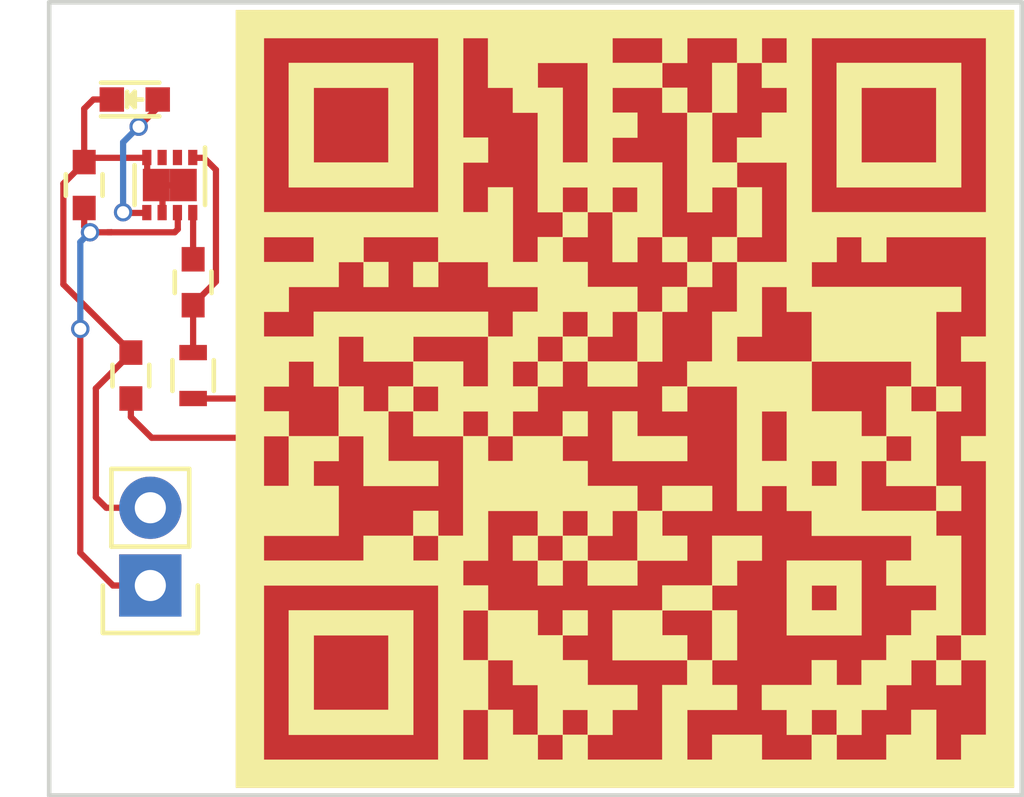
<source format=kicad_pcb>
(kicad_pcb (version 4) (host pcbnew 4.0.5+dfsg1-4)

  (general
    (links 15)
    (no_connects 0)
    (area 0 0 0 0)
    (thickness 1.6)
    (drawings 4)
    (tracks 56)
    (zones 0)
    (modules 8)
    (nets 7)
  )

  (page A4)
  (layers
    (0 F.Cu signal)
    (31 B.Cu signal)
    (32 B.Adhes user)
    (33 F.Adhes user)
    (34 B.Paste user)
    (35 F.Paste user)
    (36 B.SilkS user)
    (37 F.SilkS user)
    (38 B.Mask user)
    (39 F.Mask user)
    (40 Dwgs.User user)
    (41 Cmts.User user)
    (42 Eco1.User user)
    (43 Eco2.User user)
    (44 Edge.Cuts user)
    (45 Margin user)
    (46 B.CrtYd user)
    (47 F.CrtYd user)
    (48 B.Fab user)
    (49 F.Fab user)
  )

  (setup
    (last_trace_width 0.2032)
    (trace_clearance 0.1016)
    (zone_clearance 0.508)
    (zone_45_only yes)
    (trace_min 0.2)
    (segment_width 0.2)
    (edge_width 0.15)
    (via_size 0.6)
    (via_drill 0.4)
    (via_min_size 0.4)
    (via_min_drill 0.3)
    (uvia_size 0.3)
    (uvia_drill 0.1)
    (uvias_allowed no)
    (uvia_min_size 0)
    (uvia_min_drill 0)
    (pcb_text_width 0.3)
    (pcb_text_size 1.5 1.5)
    (mod_edge_width 0.15)
    (mod_text_size 1 1)
    (mod_text_width 0.15)
    (pad_size 1.06 0.88)
    (pad_drill 0)
    (pad_to_mask_clearance 0.2)
    (aux_axis_origin 0 0)
    (visible_elements FFFEFF7F)
    (pcbplotparams
      (layerselection 0x010f0_80000001)
      (usegerberextensions true)
      (excludeedgelayer true)
      (linewidth 0.100000)
      (plotframeref false)
      (viasonmask false)
      (mode 1)
      (useauxorigin false)
      (hpglpennumber 1)
      (hpglpenspeed 20)
      (hpglpendiameter 15)
      (hpglpenoverlay 2)
      (psnegative false)
      (psa4output false)
      (plotreference true)
      (plotvalue true)
      (plotinvisibletext false)
      (padsonsilk false)
      (subtractmaskfromsilk false)
      (outputformat 1)
      (mirror false)
      (drillshape 0)
      (scaleselection 1)
      (outputdirectory "BUSINESS CARD REV B GERBER/"))
  )

  (net 0 "")
  (net 1 VCC)
  (net 2 GND)
  (net 3 "Net-(D1-Pad2)")
  (net 4 "Net-(C3-Pad1)")
  (net 5 "Net-(C3-Pad2)")
  (net 6 "Net-(C4-Pad1)")

  (net_class Default "This is the default net class."
    (clearance 0.1016)
    (trace_width 0.2032)
    (via_dia 0.6)
    (via_drill 0.4)
    (uvia_dia 0.3)
    (uvia_drill 0.1)
    (add_net GND)
    (add_net "Net-(C3-Pad1)")
    (add_net "Net-(C3-Pad2)")
    (add_net "Net-(C4-Pad1)")
    (add_net "Net-(D1-Pad2)")
    (add_net VCC)
  )

  (module MOD:TOUCH (layer F.Cu) (tedit 599844C4) (tstamp 5998477D)
    (at 177.8 104.14)
    (path /5978A54D)
    (fp_text reference T1 (at 0 0) (layer F.SilkS) hide
      (effects (font (thickness 0.3)))
    )
    (fp_text value TOUCH (at 0.75 0) (layer F.SilkS) hide
      (effects (font (thickness 0.3)))
    )
    (fp_poly (pts (xy 12.7 12.7) (xy -12.7 12.7) (xy -12.7 6.096) (xy -11.7856 6.096)
      (xy -11.7856 11.7856) (xy -6.096 11.7856) (xy -6.096 10.16) (xy -5.2832 10.16)
      (xy -5.2832 11.7856) (xy -4.4704 11.7856) (xy -4.4704 10.16) (xy -5.2832 10.16)
      (xy -6.096 10.16) (xy -6.096 6.096) (xy -11.7856 6.096) (xy -12.7 6.096)
      (xy -12.7 4.4704) (xy -11.7856 4.4704) (xy -11.7856 5.2832) (xy -8.5344 5.2832)
      (xy -8.5344 4.4704) (xy -6.9088 4.4704) (xy -6.9088 5.2832) (xy -6.096 5.2832)
      (xy -6.096 4.4704) (xy -5.2832 4.4704) (xy -5.2832 1.2192) (xy -6.9088 1.2192)
      (xy -6.9088 0.4064) (xy -6.096 0.4064) (xy -5.2832 0.4064) (xy -5.2832 1.2192)
      (xy -4.4704 1.2192) (xy -4.4704 2.032) (xy -3.6576 2.032) (xy -3.6576 1.2192)
      (xy -4.4704 1.2192) (xy -4.4704 0.4064) (xy -5.2832 0.4064) (xy -6.096 0.4064)
      (xy -6.096 -0.4064) (xy -6.9088 -0.4064) (xy -6.9088 -1.2192) (xy -8.5344 -1.2192)
      (xy -8.5344 -2.032) (xy -6.9088 -2.032) (xy -6.9088 -1.2192) (xy -5.2832 -1.2192)
      (xy -5.2832 -0.4064) (xy -4.4704 -0.4064) (xy -4.4704 -2.032) (xy -6.9088 -2.032)
      (xy -8.5344 -2.032) (xy -9.3472 -2.032) (xy -9.3472 -0.4064) (xy -10.16 -0.4064)
      (xy -10.16 -1.2192) (xy -10.9728 -1.2192) (xy -10.9728 -0.4064) (xy -11.7856 -0.4064)
      (xy -11.7856 0.4064) (xy -10.9728 0.4064) (xy -10.9728 1.2192) (xy -9.3472 1.2192)
      (xy -9.3472 2.032) (xy -10.16 2.032) (xy -10.16 2.8448) (xy -9.3472 2.8448)
      (xy -9.3472 4.4704) (xy -11.7856 4.4704) (xy -12.7 4.4704) (xy -12.7 1.2192)
      (xy -11.7856 1.2192) (xy -11.7856 2.8448) (xy -10.9728 2.8448) (xy -10.9728 1.2192)
      (xy -11.7856 1.2192) (xy -12.7 1.2192) (xy -12.7 -2.8448) (xy -11.7856 -2.8448)
      (xy -11.7856 -2.032) (xy -10.16 -2.032) (xy -10.16 -2.8448) (xy -4.4704 -2.8448)
      (xy -4.4704 -2.032) (xy -3.6576 -2.032) (xy -3.6576 -2.8448) (xy -2.8448 -2.8448)
      (xy -2.8448 -3.6576) (xy -4.4704 -3.6576) (xy -4.4704 -4.4704) (xy -6.096 -4.4704)
      (xy -6.096 -5.2832) (xy -8.5344 -5.2832) (xy -8.5344 -4.4704) (xy -9.3472 -4.4704)
      (xy -9.3472 -3.6576) (xy -10.9728 -3.6576) (xy -10.9728 -2.8448) (xy -11.7856 -2.8448)
      (xy -12.7 -2.8448) (xy -12.7 -5.2832) (xy -11.7856 -5.2832) (xy -11.7856 -4.4704)
      (xy -10.16 -4.4704) (xy -10.16 -5.2832) (xy -11.7856 -5.2832) (xy -12.7 -5.2832)
      (xy -12.7 -11.7856) (xy -11.7856 -11.7856) (xy -11.7856 -6.096) (xy -6.096 -6.096)
      (xy -6.096 -11.7856) (xy -5.2832 -11.7856) (xy -5.2832 -8.5344) (xy -4.4704 -8.5344)
      (xy -4.4704 -7.7216) (xy -5.2832 -7.7216) (xy -5.2832 -6.096) (xy -4.4704 -6.096)
      (xy -4.4704 -6.9088) (xy -3.6576 -6.9088) (xy -3.6576 -4.4704) (xy -2.8448 -4.4704)
      (xy -2.8448 -5.2832) (xy -2.032 -5.2832) (xy -2.032 -4.4704) (xy -1.2192 -4.4704)
      (xy -1.2192 -3.6576) (xy 0.4064 -3.6576) (xy 0.4064 -2.8448) (xy -0.4064 -2.8448)
      (xy -0.4064 -2.032) (xy -1.2192 -2.032) (xy -1.2192 -2.8448) (xy -2.032 -2.8448)
      (xy -2.032 -2.032) (xy -2.8448 -2.032) (xy -2.8448 -1.2192) (xy -3.6576 -1.2192)
      (xy -3.6576 -0.4064) (xy -2.8448 -0.4064) (xy -2.8448 0.4064) (xy -3.6576 0.4064)
      (xy -3.6576 1.2192) (xy -2.032 1.2192) (xy -2.032 2.032) (xy -1.2192 2.032)
      (xy -1.2192 2.8448) (xy 0.4064 2.8448) (xy 0.4064 3.6576) (xy -0.4064 3.6576)
      (xy -0.4064 4.4704) (xy -1.2192 4.4704) (xy -1.2192 3.6576) (xy -2.032 3.6576)
      (xy -2.032 4.4704) (xy -2.8448 4.4704) (xy -2.8448 3.6576) (xy -4.4704 3.6576)
      (xy -4.4704 5.2832) (xy -5.2832 5.2832) (xy -5.2832 6.096) (xy -4.4704 6.096)
      (xy -4.4704 6.9088) (xy -5.2832 6.9088) (xy -5.2832 8.5344) (xy -4.4704 8.5344)
      (xy -4.4704 10.16) (xy -3.6576 10.16) (xy -3.6576 10.9728) (xy -2.8448 10.9728)
      (xy -2.8448 11.7856) (xy -2.032 11.7856) (xy -2.032 10.9728) (xy -1.2192 10.9728)
      (xy -1.2192 11.7856) (xy 1.2192 11.7856) (xy 1.2192 9.3472) (xy 2.032 9.3472)
      (xy 2.032 8.5344) (xy 2.8448 8.5344) (xy 2.8448 9.3472) (xy 3.6576 9.3472)
      (xy 3.6576 10.16) (xy 2.032 10.16) (xy 2.032 11.7856) (xy 2.8448 11.7856)
      (xy 2.8448 10.9728) (xy 4.4704 10.9728) (xy 4.4704 11.7856) (xy 6.096 11.7856)
      (xy 6.096 10.9728) (xy 5.2832 10.9728) (xy 5.2832 10.16) (xy 6.096 10.16)
      (xy 6.096 10.9728) (xy 6.9088 10.9728) (xy 6.9088 11.7856) (xy 8.5344 11.7856)
      (xy 8.5344 10.9728) (xy 9.3472 10.9728) (xy 9.3472 10.16) (xy 10.16 10.16)
      (xy 10.16 11.7856) (xy 10.9728 11.7856) (xy 10.9728 10.9728) (xy 11.7856 10.9728)
      (xy 11.7856 8.5344) (xy 10.9728 8.5344) (xy 10.9728 7.7216) (xy 10.16 7.7216)
      (xy 10.16 8.5344) (xy 9.3472 8.5344) (xy 9.3472 9.3472) (xy 8.5344 9.3472)
      (xy 8.5344 10.16) (xy 7.7216 10.16) (xy 7.7216 10.9728) (xy 6.9088 10.9728)
      (xy 6.9088 10.16) (xy 6.096 10.16) (xy 5.2832 10.16) (xy 4.4704 10.16)
      (xy 4.4704 9.3472) (xy 6.096 9.3472) (xy 6.096 8.5344) (xy 6.9088 8.5344)
      (xy 6.9088 9.3472) (xy 7.7216 9.3472) (xy 7.7216 8.5344) (xy 8.5344 8.5344)
      (xy 8.5344 7.7216) (xy 9.3472 7.7216) (xy 9.3472 6.9088) (xy 10.16 6.9088)
      (xy 10.16 6.096) (xy 8.5344 6.096) (xy 8.5344 5.2832) (xy 9.3472 5.2832)
      (xy 9.3472 4.4704) (xy 6.096 4.4704) (xy 6.096 3.6576) (xy 5.2832 3.6576)
      (xy 5.2832 2.8448) (xy 4.4704 2.8448) (xy 4.4704 3.6576) (xy 3.6576 3.6576)
      (xy 3.6576 0.4064) (xy 4.4704 0.4064) (xy 4.4704 2.032) (xy 5.2832 2.032)
      (xy 6.096 2.032) (xy 6.096 2.8448) (xy 6.9088 2.8448) (xy 6.9088 2.032)
      (xy 6.096 2.032) (xy 5.2832 2.032) (xy 5.2832 0.4064) (xy 4.4704 0.4064)
      (xy 3.6576 0.4064) (xy 3.6576 -0.4064) (xy 2.032 -0.4064) (xy 2.032 -1.2192)
      (xy 2.8448 -1.2192) (xy 2.8448 -2.032) (xy 3.6576 -2.032) (xy 3.6576 -1.2192)
      (xy 6.096 -1.2192) (xy 6.096 -2.8448) (xy 5.2832 -2.8448) (xy 5.2832 -3.6576)
      (xy 4.4704 -3.6576) (xy 4.4704 -2.032) (xy 3.6576 -2.032) (xy 2.8448 -2.032)
      (xy 2.8448 -2.8448) (xy 3.6576 -2.8448) (xy 3.6576 -4.4704) (xy 5.2832 -4.4704)
      (xy 6.096 -4.4704) (xy 6.096 -3.6576) (xy 10.9728 -3.6576) (xy 10.9728 -2.8448)
      (xy 10.16 -2.8448) (xy 10.16 -0.4064) (xy 9.3472 -0.4064) (xy 9.3472 -1.2192)
      (xy 6.096 -1.2192) (xy 6.096 0.4064) (xy 7.7216 0.4064) (xy 7.7216 1.2192)
      (xy 8.5344 1.2192) (xy 8.5344 2.032) (xy 7.7216 2.032) (xy 7.7216 3.6576)
      (xy 10.16 3.6576) (xy 10.16 4.4704) (xy 10.9728 4.4704) (xy 10.9728 7.7216)
      (xy 11.7856 7.7216) (xy 11.7856 2.032) (xy 10.9728 2.032) (xy 10.9728 1.2192)
      (xy 11.7856 1.2192) (xy 11.7856 -1.2192) (xy 10.9728 -1.2192) (xy 10.9728 -2.032)
      (xy 11.7856 -2.032) (xy 11.7856 -5.2832) (xy 8.5344 -5.2832) (xy 8.5344 -4.4704)
      (xy 7.7216 -4.4704) (xy 7.7216 -5.2832) (xy 6.9088 -5.2832) (xy 6.9088 -4.4704)
      (xy 6.096 -4.4704) (xy 5.2832 -4.4704) (xy 5.2832 -7.7216) (xy 3.6576 -7.7216)
      (xy 3.6576 -8.5344) (xy 4.4704 -8.5344) (xy 4.4704 -9.3472) (xy 5.2832 -9.3472)
      (xy 5.2832 -10.16) (xy 4.4704 -10.16) (xy 4.4704 -10.9728) (xy 3.6576 -10.9728)
      (xy 3.6576 -11.7856) (xy 4.4704 -11.7856) (xy 4.4704 -10.9728) (xy 5.2832 -10.9728)
      (xy 5.2832 -11.7856) (xy 6.096 -11.7856) (xy 6.096 -6.096) (xy 11.7856 -6.096)
      (xy 11.7856 -11.7856) (xy 6.096 -11.7856) (xy 5.2832 -11.7856) (xy 4.4704 -11.7856)
      (xy 3.6576 -11.7856) (xy 2.032 -11.7856) (xy 2.032 -10.9728) (xy 1.2192 -10.9728)
      (xy 1.2192 -10.16) (xy -0.4064 -10.16) (xy -0.4064 -9.3472) (xy 0.4064 -9.3472)
      (xy 0.4064 -8.5344) (xy -0.4064 -8.5344) (xy -0.4064 -7.7216) (xy 1.2192 -7.7216)
      (xy 1.2192 -5.2832) (xy 0.4064 -5.2832) (xy 0.4064 -4.4704) (xy -0.4064 -4.4704)
      (xy -0.4064 -6.096) (xy -1.2192 -6.096) (xy -1.2192 -6.9088) (xy -0.4064 -6.9088)
      (xy -0.4064 -6.096) (xy 0.4064 -6.096) (xy 0.4064 -6.9088) (xy -0.4064 -6.9088)
      (xy -1.2192 -6.9088) (xy -2.032 -6.9088) (xy -2.032 -6.096) (xy -2.8448 -6.096)
      (xy -2.8448 -9.3472) (xy -3.6576 -9.3472) (xy -3.6576 -10.16) (xy -4.4704 -10.16)
      (xy -4.4704 -10.9728) (xy -2.8448 -10.9728) (xy -2.8448 -10.16) (xy -2.032 -10.16)
      (xy -2.032 -7.7216) (xy -1.2192 -7.7216) (xy -1.2192 -10.9728) (xy -2.8448 -10.9728)
      (xy -4.4704 -10.9728) (xy -4.4704 -11.7856) (xy -0.4064 -11.7856) (xy -0.4064 -10.9728)
      (xy 1.2192 -10.9728) (xy 1.2192 -11.7856) (xy -0.4064 -11.7856) (xy -4.4704 -11.7856)
      (xy -5.2832 -11.7856) (xy -6.096 -11.7856) (xy -11.7856 -11.7856) (xy -12.7 -11.7856)
      (xy -12.7 -12.7) (xy 12.7 -12.7) (xy 12.7 12.7)) (layer F.SilkS) (width 0.01))
    (fp_poly (pts (xy -6.9088 10.9728) (xy -10.9728 10.9728) (xy -10.9728 7.7216) (xy -10.16 7.7216)
      (xy -10.16 10.16) (xy -7.7216 10.16) (xy -7.7216 7.7216) (xy -10.16 7.7216)
      (xy -10.9728 7.7216) (xy -10.9728 6.9088) (xy -6.9088 6.9088) (xy -6.9088 10.9728)) (layer F.SilkS) (width 0.01))
    (fp_poly (pts (xy -2.8448 7.7216) (xy -2.032 7.7216) (xy -2.032 8.5344) (xy -1.2192 8.5344)
      (xy -1.2192 9.3472) (xy 0.4064 9.3472) (xy 0.4064 10.16) (xy -0.4064 10.16)
      (xy -0.4064 10.9728) (xy -1.2192 10.9728) (xy -1.2192 10.16) (xy -2.032 10.16)
      (xy -2.032 10.9728) (xy -2.8448 10.9728) (xy -2.8448 9.3472) (xy -3.6576 9.3472)
      (xy -3.6576 8.5344) (xy -4.4704 8.5344) (xy -4.4704 6.9088) (xy -2.8448 6.9088)
      (xy -2.8448 7.7216)) (layer F.SilkS) (width 0.01))
    (fp_poly (pts (xy -1.2192 7.7216) (xy -2.032 7.7216) (xy -2.032 6.9088) (xy -1.2192 6.9088)
      (xy -1.2192 7.7216)) (layer F.SilkS) (width 0.01))
    (fp_poly (pts (xy 10.9728 9.3472) (xy 10.16 9.3472) (xy 10.16 8.5344) (xy 10.9728 8.5344)
      (xy 10.9728 9.3472)) (layer F.SilkS) (width 0.01))
    (fp_poly (pts (xy 3.6576 8.5344) (xy 2.8448 8.5344) (xy 2.8448 6.9088) (xy 3.6576 6.9088)
      (xy 3.6576 8.5344)) (layer F.SilkS) (width 0.01))
    (fp_poly (pts (xy 1.2192 7.7216) (xy 2.032 7.7216) (xy 2.032 8.5344) (xy -0.4064 8.5344)
      (xy -0.4064 6.9088) (xy 1.2192 6.9088) (xy 1.2192 7.7216)) (layer F.SilkS) (width 0.01))
    (fp_poly (pts (xy 2.8448 6.9088) (xy 1.2192 6.9088) (xy 1.2192 6.096) (xy 2.8448 6.096)
      (xy 2.8448 6.9088)) (layer F.SilkS) (width 0.01))
    (fp_poly (pts (xy 4.4704 5.2832) (xy 3.6576 5.2832) (xy 3.6576 6.096) (xy 2.8448 6.096)
      (xy 2.8448 4.4704) (xy 4.4704 4.4704) (xy 4.4704 5.2832)) (layer F.SilkS) (width 0.01))
    (fp_poly (pts (xy 7.7216 7.7216) (xy 5.2832 7.7216) (xy 5.2832 6.096) (xy 6.096 6.096)
      (xy 6.096 6.9088) (xy 6.9088 6.9088) (xy 6.9088 6.096) (xy 6.096 6.096)
      (xy 5.2832 6.096) (xy 5.2832 5.2832) (xy 7.7216 5.2832) (xy 7.7216 7.7216)) (layer F.SilkS) (width 0.01))
    (fp_poly (pts (xy 0.4064 6.096) (xy -1.2192 6.096) (xy -1.2192 5.2832) (xy 0.4064 5.2832)
      (xy 0.4064 6.096)) (layer F.SilkS) (width 0.01))
    (fp_poly (pts (xy -2.032 6.096) (xy -2.8448 6.096) (xy -2.8448 5.2832) (xy -2.032 5.2832)
      (xy -2.032 6.096)) (layer F.SilkS) (width 0.01))
    (fp_poly (pts (xy -2.8448 5.2832) (xy -3.6576 5.2832) (xy -3.6576 4.4704) (xy -2.8448 4.4704)
      (xy -2.8448 5.2832)) (layer F.SilkS) (width 0.01))
    (fp_poly (pts (xy 1.2192 4.4704) (xy 2.032 4.4704) (xy 2.032 5.2832) (xy 0.4064 5.2832)
      (xy 0.4064 3.6576) (xy 1.2192 3.6576) (xy 1.2192 4.4704)) (layer F.SilkS) (width 0.01))
    (fp_poly (pts (xy -1.2192 5.2832) (xy -2.032 5.2832) (xy -2.032 4.4704) (xy -1.2192 4.4704)
      (xy -1.2192 5.2832)) (layer F.SilkS) (width 0.01))
    (fp_poly (pts (xy 2.8448 3.6576) (xy 1.2192 3.6576) (xy 1.2192 2.8448) (xy 2.8448 2.8448)
      (xy 2.8448 3.6576)) (layer F.SilkS) (width 0.01))
    (fp_poly (pts (xy -6.096 4.4704) (xy -6.9088 4.4704) (xy -6.9088 3.6576) (xy -6.096 3.6576)
      (xy -6.096 4.4704)) (layer F.SilkS) (width 0.01))
    (fp_poly (pts (xy 10.9728 3.6576) (xy 10.16 3.6576) (xy 10.16 2.8448) (xy 10.9728 2.8448)
      (xy 10.9728 3.6576)) (layer F.SilkS) (width 0.01))
    (fp_poly (pts (xy 9.3472 0.4064) (xy 10.16 0.4064) (xy 10.16 2.8448) (xy 8.5344 2.8448)
      (xy 8.5344 2.032) (xy 9.3472 2.032) (xy 9.3472 1.2192) (xy 8.5344 1.2192)
      (xy 8.5344 -0.4064) (xy 9.3472 -0.4064) (xy 9.3472 0.4064)) (layer F.SilkS) (width 0.01))
    (fp_poly (pts (xy 10.9728 0.4064) (xy 10.16 0.4064) (xy 10.16 -0.4064) (xy 10.9728 -0.4064)
      (xy 10.9728 0.4064)) (layer F.SilkS) (width 0.01))
    (fp_poly (pts (xy -8.5344 0.4064) (xy -7.7216 0.4064) (xy -7.7216 2.032) (xy -6.096 2.032)
      (xy -6.096 2.8448) (xy -8.5344 2.8448) (xy -8.5344 1.2192) (xy -9.3472 1.2192)
      (xy -9.3472 -0.4064) (xy -8.5344 -0.4064) (xy -8.5344 0.4064)) (layer F.SilkS) (width 0.01))
    (fp_poly (pts (xy -6.9088 0.4064) (xy -7.7216 0.4064) (xy -7.7216 -0.4064) (xy -6.9088 -0.4064)
      (xy -6.9088 0.4064)) (layer F.SilkS) (width 0.01))
    (fp_poly (pts (xy 0.4064 1.2192) (xy 2.032 1.2192) (xy 2.032 2.032) (xy -0.4064 2.032)
      (xy -0.4064 0.4064) (xy 0.4064 0.4064) (xy 0.4064 1.2192)) (layer F.SilkS) (width 0.01))
    (fp_poly (pts (xy -1.2192 1.2192) (xy -2.032 1.2192) (xy -2.032 0.4064) (xy -1.2192 0.4064)
      (xy -1.2192 1.2192)) (layer F.SilkS) (width 0.01))
    (fp_poly (pts (xy 2.032 0.4064) (xy 1.2192 0.4064) (xy 1.2192 -0.4064) (xy 2.032 -0.4064)
      (xy 2.032 0.4064)) (layer F.SilkS) (width 0.01))
    (fp_poly (pts (xy -2.032 -0.4064) (xy -2.8448 -0.4064) (xy -2.8448 -1.2192) (xy -2.032 -1.2192)
      (xy -2.032 -0.4064)) (layer F.SilkS) (width 0.01))
    (fp_poly (pts (xy 0.4064 -0.4064) (xy -1.2192 -0.4064) (xy -1.2192 -1.2192) (xy 0.4064 -1.2192)
      (xy 0.4064 -0.4064)) (layer F.SilkS) (width 0.01))
    (fp_poly (pts (xy 1.2192 -1.2192) (xy 0.4064 -1.2192) (xy 0.4064 -2.8448) (xy 1.2192 -2.8448)
      (xy 1.2192 -1.2192)) (layer F.SilkS) (width 0.01))
    (fp_poly (pts (xy -1.2192 -1.2192) (xy -2.032 -1.2192) (xy -2.032 -2.032) (xy -1.2192 -2.032)
      (xy -1.2192 -1.2192)) (layer F.SilkS) (width 0.01))
    (fp_poly (pts (xy 2.032 -2.8448) (xy 1.2192 -2.8448) (xy 1.2192 -3.6576) (xy 2.032 -3.6576)
      (xy 2.032 -2.8448)) (layer F.SilkS) (width 0.01))
    (fp_poly (pts (xy 2.8448 -3.6576) (xy 2.032 -3.6576) (xy 2.032 -4.4704) (xy 2.8448 -4.4704)
      (xy 2.8448 -3.6576)) (layer F.SilkS) (width 0.01))
    (fp_poly (pts (xy 2.032 -4.4704) (xy 1.2192 -4.4704) (xy 1.2192 -5.2832) (xy 2.032 -5.2832)
      (xy 2.032 -4.4704)) (layer F.SilkS) (width 0.01))
    (fp_poly (pts (xy 3.6576 -4.4704) (xy 2.8448 -4.4704) (xy 2.8448 -5.2832) (xy 3.6576 -5.2832)
      (xy 3.6576 -4.4704)) (layer F.SilkS) (width 0.01))
    (fp_poly (pts (xy 4.4704 -5.2832) (xy 3.6576 -5.2832) (xy 3.6576 -6.9088) (xy 4.4704 -6.9088)
      (xy 4.4704 -5.2832)) (layer F.SilkS) (width 0.01))
    (fp_poly (pts (xy 2.8448 -7.7216) (xy 3.6576 -7.7216) (xy 3.6576 -6.9088) (xy 2.8448 -6.9088)
      (xy 2.8448 -6.096) (xy 2.032 -6.096) (xy 2.032 -9.3472) (xy 2.8448 -9.3472)
      (xy 2.8448 -7.7216)) (layer F.SilkS) (width 0.01))
    (fp_poly (pts (xy 2.032 -9.3472) (xy 1.2192 -9.3472) (xy 1.2192 -10.16) (xy 2.032 -10.16)
      (xy 2.032 -9.3472)) (layer F.SilkS) (width 0.01))
    (fp_poly (pts (xy 3.6576 -9.3472) (xy 2.8448 -9.3472) (xy 2.8448 -10.9728) (xy 3.6576 -10.9728)
      (xy 3.6576 -9.3472)) (layer F.SilkS) (width 0.01))
    (fp_poly (pts (xy -7.7216 -3.6576) (xy -8.5344 -3.6576) (xy -8.5344 -4.4704) (xy -7.7216 -4.4704)
      (xy -7.7216 -3.6576)) (layer F.SilkS) (width 0.01))
    (fp_poly (pts (xy -6.096 -3.6576) (xy -6.9088 -3.6576) (xy -6.9088 -4.4704) (xy -6.096 -4.4704)
      (xy -6.096 -3.6576)) (layer F.SilkS) (width 0.01))
    (fp_poly (pts (xy -1.2192 -5.2832) (xy -2.032 -5.2832) (xy -2.032 -6.096) (xy -1.2192 -6.096)
      (xy -1.2192 -5.2832)) (layer F.SilkS) (width 0.01))
    (fp_poly (pts (xy -6.9088 -6.9088) (xy -10.9728 -6.9088) (xy -10.9728 -10.16) (xy -10.16 -10.16)
      (xy -10.16 -7.7216) (xy -7.7216 -7.7216) (xy -7.7216 -10.16) (xy -10.16 -10.16)
      (xy -10.9728 -10.16) (xy -10.9728 -10.9728) (xy -6.9088 -10.9728) (xy -6.9088 -6.9088)) (layer F.SilkS) (width 0.01))
    (fp_poly (pts (xy 10.9728 -6.9088) (xy 6.9088 -6.9088) (xy 6.9088 -10.16) (xy 7.7216 -10.16)
      (xy 7.7216 -7.7216) (xy 10.16 -7.7216) (xy 10.16 -10.16) (xy 7.7216 -10.16)
      (xy 6.9088 -10.16) (xy 6.9088 -10.9728) (xy 10.9728 -10.9728) (xy 10.9728 -6.9088)) (layer F.SilkS) (width 0.01))
    (pad 1 connect rect (at 0 0) (size 25.4 25.4) (layers F.Cu)
      (net 6 "Net-(C4-Pad1)"))
  )

  (module Capacitors_SMD:C_0603 (layer F.Cu) (tedit 5978BEB5) (tstamp 5978B51E)
    (at 160.147 97.155 270)
    (descr "Capacitor SMD 0603, reflow soldering, AVX (see smccp.pdf)")
    (tags "capacitor 0603")
    (path /5978A255)
    (attr smd)
    (fp_text reference C2 (at 0 -1.9 270) (layer F.SilkS) hide
      (effects (font (size 1 1) (thickness 0.15)))
    )
    (fp_text value 1uF (at 0 1.9 270) (layer F.Fab)
      (effects (font (size 1 1) (thickness 0.15)))
    )
    (fp_line (start -0.8 0.4) (end -0.8 -0.4) (layer F.Fab) (width 0.15))
    (fp_line (start 0.8 0.4) (end -0.8 0.4) (layer F.Fab) (width 0.15))
    (fp_line (start 0.8 -0.4) (end 0.8 0.4) (layer F.Fab) (width 0.15))
    (fp_line (start -0.8 -0.4) (end 0.8 -0.4) (layer F.Fab) (width 0.15))
    (fp_line (start -1.45 -0.75) (end 1.45 -0.75) (layer F.CrtYd) (width 0.05))
    (fp_line (start -1.45 0.75) (end 1.45 0.75) (layer F.CrtYd) (width 0.05))
    (fp_line (start -1.45 -0.75) (end -1.45 0.75) (layer F.CrtYd) (width 0.05))
    (fp_line (start 1.45 -0.75) (end 1.45 0.75) (layer F.CrtYd) (width 0.05))
    (fp_line (start -0.35 -0.6) (end 0.35 -0.6) (layer F.SilkS) (width 0.15))
    (fp_line (start 0.35 0.6) (end -0.35 0.6) (layer F.SilkS) (width 0.15))
    (pad 1 smd rect (at -0.75 0 270) (size 0.8 0.75) (layers F.Cu F.Paste F.Mask)
      (net 2 GND))
    (pad 2 smd rect (at 0.75 0 270) (size 0.8 0.75) (layers F.Cu F.Paste F.Mask)
      (net 1 VCC))
    (model Capacitors_SMD.3dshapes/C_0603.wrl
      (at (xyz 0 0 0))
      (scale (xyz 1 1 1))
      (rotate (xyz 0 0 0))
    )
  )

  (module Capacitors_SMD:C_0603 (layer F.Cu) (tedit 5978BEBC) (tstamp 5978B524)
    (at 163.703 100.33 90)
    (descr "Capacitor SMD 0603, reflow soldering, AVX (see smccp.pdf)")
    (tags "capacitor 0603")
    (path /5978A743)
    (attr smd)
    (fp_text reference C3 (at 0 -1.9 90) (layer F.SilkS) hide
      (effects (font (size 1 1) (thickness 0.15)))
    )
    (fp_text value 2nF-50nF (at 0 1.9 90) (layer F.Fab)
      (effects (font (size 1 1) (thickness 0.15)))
    )
    (fp_line (start -0.8 0.4) (end -0.8 -0.4) (layer F.Fab) (width 0.15))
    (fp_line (start 0.8 0.4) (end -0.8 0.4) (layer F.Fab) (width 0.15))
    (fp_line (start 0.8 -0.4) (end 0.8 0.4) (layer F.Fab) (width 0.15))
    (fp_line (start -0.8 -0.4) (end 0.8 -0.4) (layer F.Fab) (width 0.15))
    (fp_line (start -1.45 -0.75) (end 1.45 -0.75) (layer F.CrtYd) (width 0.05))
    (fp_line (start -1.45 0.75) (end 1.45 0.75) (layer F.CrtYd) (width 0.05))
    (fp_line (start -1.45 -0.75) (end -1.45 0.75) (layer F.CrtYd) (width 0.05))
    (fp_line (start 1.45 -0.75) (end 1.45 0.75) (layer F.CrtYd) (width 0.05))
    (fp_line (start -0.35 -0.6) (end 0.35 -0.6) (layer F.SilkS) (width 0.15))
    (fp_line (start 0.35 0.6) (end -0.35 0.6) (layer F.SilkS) (width 0.15))
    (pad 1 smd rect (at -0.75 0 90) (size 0.8 0.75) (layers F.Cu F.Paste F.Mask)
      (net 4 "Net-(C3-Pad1)"))
    (pad 2 smd rect (at 0.75 0 90) (size 0.8 0.75) (layers F.Cu F.Paste F.Mask)
      (net 5 "Net-(C3-Pad2)"))
    (model Capacitors_SMD.3dshapes/C_0603.wrl
      (at (xyz 0 0 0))
      (scale (xyz 1 1 1))
      (rotate (xyz 0 0 0))
    )
  )

  (module Capacitors_SMD:C_0603 (layer F.Cu) (tedit 5978BEC4) (tstamp 5978B52A)
    (at 161.671 103.378 90)
    (descr "Capacitor SMD 0603, reflow soldering, AVX (see smccp.pdf)")
    (tags "capacitor 0603")
    (path /5978A714)
    (attr smd)
    (fp_text reference C4 (at 0 -1.9 90) (layer F.SilkS) hide
      (effects (font (size 1 1) (thickness 0.15)))
    )
    (fp_text value 5pF-20pF (at 0 1.9 90) (layer F.Fab)
      (effects (font (size 1 1) (thickness 0.15)))
    )
    (fp_line (start -0.8 0.4) (end -0.8 -0.4) (layer F.Fab) (width 0.15))
    (fp_line (start 0.8 0.4) (end -0.8 0.4) (layer F.Fab) (width 0.15))
    (fp_line (start 0.8 -0.4) (end 0.8 0.4) (layer F.Fab) (width 0.15))
    (fp_line (start -0.8 -0.4) (end 0.8 -0.4) (layer F.Fab) (width 0.15))
    (fp_line (start -1.45 -0.75) (end 1.45 -0.75) (layer F.CrtYd) (width 0.05))
    (fp_line (start -1.45 0.75) (end 1.45 0.75) (layer F.CrtYd) (width 0.05))
    (fp_line (start -1.45 -0.75) (end -1.45 0.75) (layer F.CrtYd) (width 0.05))
    (fp_line (start 1.45 -0.75) (end 1.45 0.75) (layer F.CrtYd) (width 0.05))
    (fp_line (start -0.35 -0.6) (end 0.35 -0.6) (layer F.SilkS) (width 0.15))
    (fp_line (start 0.35 0.6) (end -0.35 0.6) (layer F.SilkS) (width 0.15))
    (pad 1 smd rect (at -0.75 0 90) (size 0.8 0.75) (layers F.Cu F.Paste F.Mask)
      (net 6 "Net-(C4-Pad1)"))
    (pad 2 smd rect (at 0.75 0 90) (size 0.8 0.75) (layers F.Cu F.Paste F.Mask)
      (net 2 GND))
    (model Capacitors_SMD.3dshapes/C_0603.wrl
      (at (xyz 0 0 0))
      (scale (xyz 1 1 1))
      (rotate (xyz 0 0 0))
    )
  )

  (module Resistors_SMD:R_0603 (layer F.Cu) (tedit 5978BEC9) (tstamp 5978B530)
    (at 163.703 103.378 90)
    (descr "Resistor SMD 0603, reflow soldering, Vishay (see dcrcw.pdf)")
    (tags "resistor 0603")
    (path /5978A6B9)
    (attr smd)
    (fp_text reference R1 (at 0 -1.9 90) (layer F.SilkS) hide
      (effects (font (size 1 1) (thickness 0.15)))
    )
    (fp_text value 1K (at 0 1.9 90) (layer F.Fab)
      (effects (font (size 1 1) (thickness 0.15)))
    )
    (fp_line (start -0.8 0.4) (end -0.8 -0.4) (layer F.Fab) (width 0.1))
    (fp_line (start 0.8 0.4) (end -0.8 0.4) (layer F.Fab) (width 0.1))
    (fp_line (start 0.8 -0.4) (end 0.8 0.4) (layer F.Fab) (width 0.1))
    (fp_line (start -0.8 -0.4) (end 0.8 -0.4) (layer F.Fab) (width 0.1))
    (fp_line (start -1.3 -0.8) (end 1.3 -0.8) (layer F.CrtYd) (width 0.05))
    (fp_line (start -1.3 0.8) (end 1.3 0.8) (layer F.CrtYd) (width 0.05))
    (fp_line (start -1.3 -0.8) (end -1.3 0.8) (layer F.CrtYd) (width 0.05))
    (fp_line (start 1.3 -0.8) (end 1.3 0.8) (layer F.CrtYd) (width 0.05))
    (fp_line (start 0.5 0.675) (end -0.5 0.675) (layer F.SilkS) (width 0.15))
    (fp_line (start -0.5 -0.675) (end 0.5 -0.675) (layer F.SilkS) (width 0.15))
    (pad 1 smd rect (at -0.75 0 90) (size 0.5 0.9) (layers F.Cu F.Paste F.Mask)
      (net 6 "Net-(C4-Pad1)"))
    (pad 2 smd rect (at 0.75 0 90) (size 0.5 0.9) (layers F.Cu F.Paste F.Mask)
      (net 4 "Net-(C3-Pad1)"))
    (model Resistors_SMD.3dshapes/R_0603.wrl
      (at (xyz 0 0 0))
      (scale (xyz 1 1 1))
      (rotate (xyz 0 0 0))
    )
  )

  (module LEDs:LED_0603 (layer F.Cu) (tedit 59B605B6) (tstamp 59D236B2)
    (at 161.798 94.361)
    (descr "LED 0603 smd package")
    (tags "LED led 0603 SMD smd SMT smt smdled SMDLED smtled SMTLED")
    (path /59780EAE)
    (attr smd)
    (fp_text reference D1 (at 0 -1.5) (layer F.SilkS) hide
      (effects (font (size 1 1) (thickness 0.15)))
    )
    (fp_text value LED_Small (at 0 1.5) (layer F.Fab)
      (effects (font (size 1 1) (thickness 0.15)))
    )
    (fp_line (start -0.3 -0.2) (end -0.3 0.2) (layer F.Fab) (width 0.15))
    (fp_line (start -0.2 0) (end 0.1 -0.2) (layer F.Fab) (width 0.15))
    (fp_line (start 0.1 0.2) (end -0.2 0) (layer F.Fab) (width 0.15))
    (fp_line (start 0.1 -0.2) (end 0.1 0.2) (layer F.Fab) (width 0.15))
    (fp_line (start 0.8 0.4) (end -0.8 0.4) (layer F.Fab) (width 0.15))
    (fp_line (start 0.8 -0.4) (end 0.8 0.4) (layer F.Fab) (width 0.15))
    (fp_line (start -0.8 -0.4) (end 0.8 -0.4) (layer F.Fab) (width 0.15))
    (fp_line (start -0.8 0.4) (end -0.8 -0.4) (layer F.Fab) (width 0.15))
    (fp_line (start -1.1 0.55) (end 0.8 0.55) (layer F.SilkS) (width 0.15))
    (fp_line (start -1.1 -0.55) (end 0.8 -0.55) (layer F.SilkS) (width 0.15))
    (fp_line (start -0.2 0) (end 0.25 0) (layer F.SilkS) (width 0.15))
    (fp_line (start -0.25 -0.25) (end -0.25 0.25) (layer F.SilkS) (width 0.15))
    (fp_line (start -0.25 0) (end 0 -0.25) (layer F.SilkS) (width 0.15))
    (fp_line (start 0 -0.25) (end 0 0.25) (layer F.SilkS) (width 0.15))
    (fp_line (start 0 0.25) (end -0.25 0) (layer F.SilkS) (width 0.15))
    (fp_line (start 1.4 -0.75) (end 1.4 0.75) (layer F.CrtYd) (width 0.05))
    (fp_line (start 1.4 0.75) (end -1.4 0.75) (layer F.CrtYd) (width 0.05))
    (fp_line (start -1.4 0.75) (end -1.4 -0.75) (layer F.CrtYd) (width 0.05))
    (fp_line (start -1.4 -0.75) (end 1.4 -0.75) (layer F.CrtYd) (width 0.05))
    (pad 2 smd rect (at 0.7493 0 180) (size 0.79756 0.79756) (layers F.Cu F.Paste F.Mask)
      (net 3 "Net-(D1-Pad2)"))
    (pad 1 smd rect (at -0.7493 0 180) (size 0.79756 0.79756) (layers F.Cu F.Paste F.Mask)
      (net 2 GND))
    (model LEDs.3dshapes/LED_0603.wrl
      (at (xyz 0 0 0))
      (scale (xyz 1 1 1))
      (rotate (xyz 0 0 180))
    )
  )

  (module Pin_Headers:Pin_Header_Straight_1x02 (layer F.Cu) (tedit 59B605B3) (tstamp 59D236C3)
    (at 162.306 110.236 180)
    (descr "Through hole pin header")
    (tags "pin header")
    (path /59B607FB)
    (fp_text reference P1 (at 0 -5.1 180) (layer F.SilkS) hide
      (effects (font (size 1 1) (thickness 0.15)))
    )
    (fp_text value PWR (at 0 -3.1 180) (layer F.Fab)
      (effects (font (size 1 1) (thickness 0.15)))
    )
    (fp_line (start 1.27 1.27) (end 1.27 3.81) (layer F.SilkS) (width 0.15))
    (fp_line (start 1.55 -1.55) (end 1.55 0) (layer F.SilkS) (width 0.15))
    (fp_line (start -1.75 -1.75) (end -1.75 4.3) (layer F.CrtYd) (width 0.05))
    (fp_line (start 1.75 -1.75) (end 1.75 4.3) (layer F.CrtYd) (width 0.05))
    (fp_line (start -1.75 -1.75) (end 1.75 -1.75) (layer F.CrtYd) (width 0.05))
    (fp_line (start -1.75 4.3) (end 1.75 4.3) (layer F.CrtYd) (width 0.05))
    (fp_line (start 1.27 1.27) (end -1.27 1.27) (layer F.SilkS) (width 0.15))
    (fp_line (start -1.55 0) (end -1.55 -1.55) (layer F.SilkS) (width 0.15))
    (fp_line (start -1.55 -1.55) (end 1.55 -1.55) (layer F.SilkS) (width 0.15))
    (fp_line (start -1.27 1.27) (end -1.27 3.81) (layer F.SilkS) (width 0.15))
    (fp_line (start -1.27 3.81) (end 1.27 3.81) (layer F.SilkS) (width 0.15))
    (pad 1 thru_hole rect (at 0 0 180) (size 2.032 2.032) (drill 1.016) (layers *.Cu *.Mask)
      (net 1 VCC))
    (pad 2 thru_hole oval (at 0 2.54 180) (size 2.032 2.032) (drill 1.016) (layers *.Cu *.Mask)
      (net 2 GND))
    (model Pin_Headers.3dshapes/Pin_Header_Straight_1x02.wrl
      (at (xyz 0 -0.05 0))
      (scale (xyz 1 1 1))
      (rotate (xyz 0 0 90))
    )
  )

  (module Housings_DFN_QFN:DFN-8-1EP_2x2mm_Pitch0.5mm (layer F.Cu) (tedit 59B6069D) (tstamp 59D2380D)
    (at 162.941 97.155 270)
    (descr "DFN8 2x2, 0.5P; CASE 506CN (see ON Semiconductor 506CN.PDF)")
    (tags "DFN 0.5")
    (path /5978A12E)
    (attr smd)
    (fp_text reference U2 (at 0 -2.075 270) (layer F.SilkS) hide
      (effects (font (size 1 1) (thickness 0.15)))
    )
    (fp_text value AT42QT1011 (at 0 2.075 270) (layer F.Fab)
      (effects (font (size 1 1) (thickness 0.15)))
    )
    (fp_line (start 0 -1) (end 1 -1) (layer F.Fab) (width 0.15))
    (fp_line (start 1 -1) (end 1 1) (layer F.Fab) (width 0.15))
    (fp_line (start 1 1) (end -1 1) (layer F.Fab) (width 0.15))
    (fp_line (start -1 1) (end -1 0) (layer F.Fab) (width 0.15))
    (fp_line (start -1 0) (end 0 -1) (layer F.Fab) (width 0.15))
    (fp_line (start -1.4 -1.35) (end -1.4 1.35) (layer F.CrtYd) (width 0.05))
    (fp_line (start 1.4 -1.35) (end 1.4 1.35) (layer F.CrtYd) (width 0.05))
    (fp_line (start -1.4 -1.35) (end 1.4 -1.35) (layer F.CrtYd) (width 0.05))
    (fp_line (start -1.4 1.35) (end 1.4 1.35) (layer F.CrtYd) (width 0.05))
    (fp_line (start -0.65 1.15) (end 0.65 1.15) (layer F.SilkS) (width 0.15))
    (fp_line (start -1.225 -1.15) (end 0.65 -1.15) (layer F.SilkS) (width 0.15))
    (pad 1 smd rect (at -0.9 -0.75 270) (size 0.5 0.3) (layers F.Cu F.Paste F.Mask)
      (net 4 "Net-(C3-Pad1)"))
    (pad 2 smd rect (at -0.9 -0.25 270) (size 0.5 0.3) (layers F.Cu F.Paste F.Mask))
    (pad 3 smd rect (at -0.9 0.25 270) (size 0.5 0.3) (layers F.Cu F.Paste F.Mask))
    (pad 4 smd rect (at -0.9 0.75 270) (size 0.5 0.3) (layers F.Cu F.Paste F.Mask)
      (net 2 GND))
    (pad 5 smd rect (at 0.9 0.75 270) (size 0.5 0.3) (layers F.Cu F.Paste F.Mask)
      (net 3 "Net-(D1-Pad2)"))
    (pad 6 smd rect (at 0.9 0.25 270) (size 0.5 0.3) (layers F.Cu F.Paste F.Mask)
      (net 2 GND))
    (pad 7 smd rect (at 0.9 -0.25 270) (size 0.5 0.3) (layers F.Cu F.Paste F.Mask)
      (net 1 VCC))
    (pad 8 smd rect (at 0.9 -0.75 270) (size 0.5 0.3) (layers F.Cu F.Paste F.Mask)
      (net 5 "Net-(C3-Pad2)"))
    (pad 9 smd rect (at 0 0.44 270) (size 1.06 0.88) (layers F.Cu F.Paste F.Mask)
      (net 2 GND) (solder_paste_margin_ratio -0.2))
    (pad 9 smd rect (at 0 -0.44 270) (size 1.06 0.88) (layers F.Cu F.Paste F.Mask)
      (net 2 GND) (solder_paste_margin_ratio -0.2))
    (model Housings_DFN_QFN.3dshapes/DFN-8-1EP_2x2mm_Pitch0.5mm.wrl
      (at (xyz 0 0 0))
      (scale (xyz 1 1 1))
      (rotate (xyz 0 0 0))
    )
  )

  (gr_line (start 190.754 117.094) (end 190.754 91.186) (layer Edge.Cuts) (width 0.15))
  (gr_line (start 159.004 117.094) (end 190.754 117.094) (layer Edge.Cuts) (width 0.15))
  (gr_line (start 159.004 91.186) (end 159.004 117.094) (layer Edge.Cuts) (width 0.15))
  (gr_line (start 190.754 91.186) (end 159.004 91.186) (layer Edge.Cuts) (width 0.15))

  (segment (start 160.02 101.854) (end 160.02 99.016402) (width 0.2032) (layer B.Cu) (net 1))
  (segment (start 160.02 99.016402) (end 160.337601 98.698801) (width 0.2032) (layer B.Cu) (net 1))
  (via (at 160.337601 98.698801) (size 0.6) (drill 0.4) (layers F.Cu B.Cu) (net 1))
  (segment (start 162.306 110.236) (end 161.0868 110.236) (width 0.2032) (layer F.Cu) (net 1))
  (segment (start 161.0868 110.236) (end 160.02 109.1692) (width 0.2032) (layer F.Cu) (net 1))
  (segment (start 160.02 109.1692) (end 160.02 101.854) (width 0.2032) (layer F.Cu) (net 1))
  (via (at 160.02 101.854) (size 0.6) (drill 0.4) (layers F.Cu B.Cu) (net 1))
  (segment (start 161.036 98.698801) (end 160.337601 98.698801) (width 0.2032) (layer F.Cu) (net 1))
  (segment (start 163.101399 98.698801) (end 161.036 98.698801) (width 0.2032) (layer F.Cu) (net 1))
  (segment (start 161.036 98.698801) (end 160.909 98.698801) (width 0.2032) (layer F.Cu) (net 1))
  (segment (start 163.203 98.044) (end 163.203 98.5972) (width 0.2032) (layer F.Cu) (net 1))
  (segment (start 163.203 98.5972) (end 163.101399 98.698801) (width 0.2032) (layer F.Cu) (net 1))
  (segment (start 160.337601 98.698801) (end 160.147 98.5082) (width 0.2032) (layer F.Cu) (net 1))
  (segment (start 160.147 98.5082) (end 160.147 97.905) (width 0.2032) (layer F.Cu) (net 1))
  (segment (start 160.528 107.35484) (end 160.528 103.796) (width 0.2032) (layer F.Cu) (net 2))
  (segment (start 160.528 103.796) (end 161.671 102.653) (width 0.2032) (layer F.Cu) (net 2))
  (segment (start 161.671 102.653) (end 161.671 102.628) (width 0.2032) (layer F.Cu) (net 2))
  (segment (start 162.306 107.696) (end 160.86916 107.696) (width 0.2032) (layer F.Cu) (net 2))
  (segment (start 160.86916 107.696) (end 160.528 107.35484) (width 0.2032) (layer F.Cu) (net 2))
  (segment (start 160.147 94.66072) (end 160.147 96.405) (width 0.2032) (layer F.Cu) (net 2))
  (segment (start 160.44672 94.361) (end 160.147 94.66072) (width 0.2032) (layer F.Cu) (net 2))
  (segment (start 161.0487 94.361) (end 160.44672 94.361) (width 0.2032) (layer F.Cu) (net 2))
  (segment (start 162.203 96.266) (end 160.286 96.266) (width 0.2032) (layer F.Cu) (net 2))
  (segment (start 160.286 96.266) (end 160.147 96.405) (width 0.2032) (layer F.Cu) (net 2))
  (segment (start 162.203 96.266) (end 162.203 96.856) (width 0.2032) (layer F.Cu) (net 2))
  (segment (start 162.203 96.856) (end 162.513 97.166) (width 0.2032) (layer F.Cu) (net 2))
  (segment (start 162.703 98.066) (end 162.703 97.356) (width 0.2032) (layer F.Cu) (net 2))
  (segment (start 162.703 97.356) (end 162.513 97.166) (width 0.2032) (layer F.Cu) (net 2))
  (segment (start 163.393 97.166) (end 162.513 97.166) (width 0.2032) (layer F.Cu) (net 2))
  (segment (start 159.467199 100.399199) (end 159.467199 97.109801) (width 0.2032) (layer F.Cu) (net 2))
  (segment (start 159.467199 97.109801) (end 160.147 96.43) (width 0.2032) (layer F.Cu) (net 2))
  (segment (start 160.147 96.43) (end 160.147 96.405) (width 0.2032) (layer F.Cu) (net 2))
  (segment (start 161.671 102.628) (end 161.671 102.603) (width 0.2032) (layer F.Cu) (net 2))
  (segment (start 161.671 102.603) (end 159.467199 100.399199) (width 0.2032) (layer F.Cu) (net 2))
  (segment (start 161.925 95.25) (end 161.417 95.758) (width 0.2032) (layer B.Cu) (net 3))
  (via (at 161.925 95.25) (size 0.6) (drill 0.4) (layers F.Cu B.Cu) (net 3))
  (segment (start 162.5473 94.6277) (end 161.925 95.25) (width 0.2032) (layer F.Cu) (net 3))
  (segment (start 161.417 95.758) (end 161.417 98.044) (width 0.2032) (layer B.Cu) (net 3))
  (segment (start 162.5473 94.361) (end 162.5473 94.6277) (width 0.2032) (layer F.Cu) (net 3))
  (segment (start 162.203 98.066) (end 161.439 98.066) (width 0.2032) (layer F.Cu) (net 3))
  (segment (start 161.439 98.066) (end 161.417 98.044) (width 0.2032) (layer F.Cu) (net 3))
  (segment (start 161.530358 97.930642) (end 161.417 98.044) (width 0.2032) (layer F.Cu) (net 3))
  (via (at 161.417 98.044) (size 0.6) (drill 0.4) (layers F.Cu B.Cu) (net 3))
  (segment (start 164.447801 100.310199) (end 164.447801 96.657601) (width 0.2032) (layer F.Cu) (net 4))
  (segment (start 164.447801 96.657601) (end 164.0562 96.266) (width 0.2032) (layer F.Cu) (net 4))
  (segment (start 164.0562 96.266) (end 163.703 96.266) (width 0.2032) (layer F.Cu) (net 4))
  (segment (start 164.447801 100.310199) (end 163.703 101.055) (width 0.2032) (layer F.Cu) (net 4))
  (segment (start 163.703 101.055) (end 163.703 101.08) (width 0.2032) (layer F.Cu) (net 4))
  (segment (start 163.703 102.628) (end 163.703 101.08) (width 0.2032) (layer F.Cu) (net 4))
  (segment (start 163.703 98.044) (end 163.703 99.58) (width 0.2032) (layer F.Cu) (net 5))
  (segment (start 161.671 104.128) (end 161.671 104.7312) (width 0.2032) (layer F.Cu) (net 6))
  (segment (start 161.671 104.7312) (end 162.3498 105.41) (width 0.2032) (layer F.Cu) (net 6))
  (segment (start 162.3498 105.41) (end 176.53 105.41) (width 0.2032) (layer F.Cu) (net 6))
  (segment (start 176.53 105.41) (end 177.8 104.14) (width 0.2032) (layer F.Cu) (net 6))
  (segment (start 163.703 104.128) (end 177.788 104.128) (width 0.2032) (layer F.Cu) (net 6))
  (segment (start 177.788 104.128) (end 177.8 104.14) (width 0.2032) (layer F.Cu) (net 6))

)

</source>
